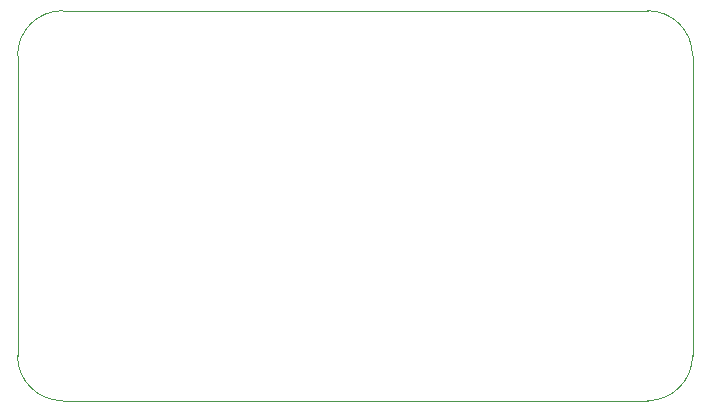
<source format=gm1>
%TF.GenerationSoftware,KiCad,Pcbnew,(5.1.12)-1*%
%TF.CreationDate,2022-02-19T00:27:12-08:00*%
%TF.ProjectId,powersupply,706f7765-7273-4757-9070-6c792e6b6963,1*%
%TF.SameCoordinates,Original*%
%TF.FileFunction,Profile,NP*%
%FSLAX46Y46*%
G04 Gerber Fmt 4.6, Leading zero omitted, Abs format (unit mm)*
G04 Created by KiCad (PCBNEW (5.1.12)-1) date 2022-02-19 00:27:12*
%MOMM*%
%LPD*%
G01*
G04 APERTURE LIST*
%TA.AperFunction,Profile*%
%ADD10C,0.050000*%
%TD*%
%TA.AperFunction,Profile*%
%ADD11C,0.100000*%
%TD*%
G04 APERTURE END LIST*
D10*
X175260000Y-117475000D02*
G75*
G02*
X171450000Y-121285000I-3810000J0D01*
G01*
X121920000Y-121285000D02*
G75*
G02*
X118110000Y-117475000I0J3810000D01*
G01*
X171450000Y-88265000D02*
G75*
G02*
X175260000Y-92075000I0J-3810000D01*
G01*
X118110000Y-92075000D02*
G75*
G02*
X121920000Y-88265000I3810000J0D01*
G01*
D11*
X175260000Y-92075000D02*
X175260000Y-117475000D01*
X121920000Y-88265000D02*
X171450000Y-88265000D01*
X118110000Y-117475000D02*
X118110000Y-92075000D01*
X171450000Y-121285000D02*
X121920000Y-121285000D01*
M02*

</source>
